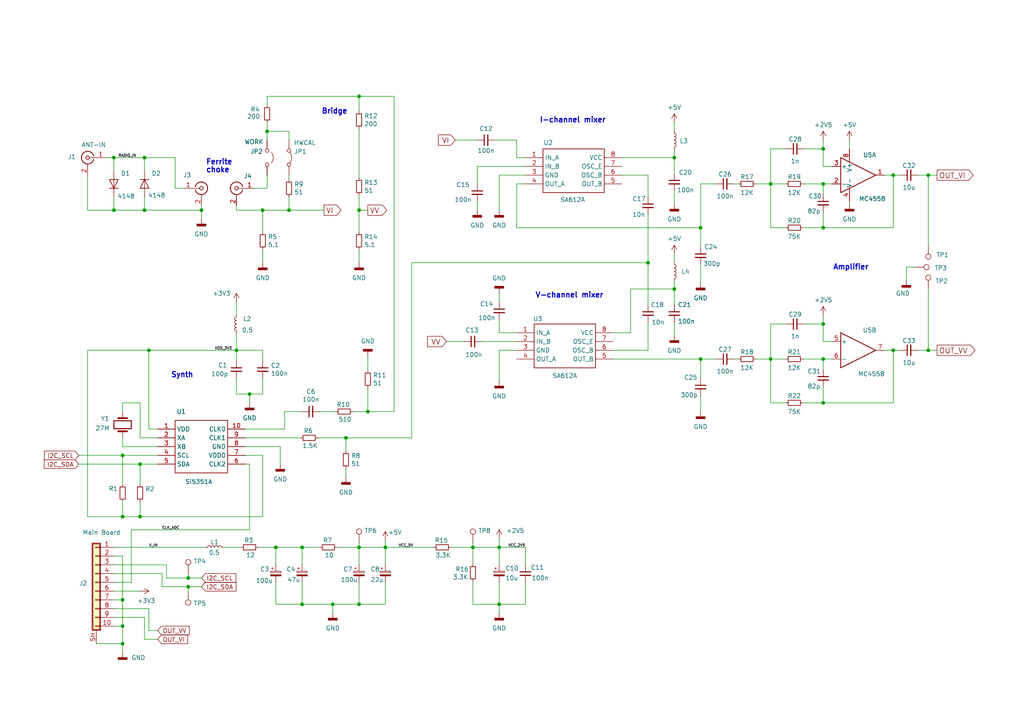
<source format=kicad_sch>
(kicad_sch (version 20250114) (generator "eeschema") (generator_version "9.0")
  (paper "A4")
  (title_block (title "AA-PI Radio Board") (date "2025-05-16") (rev "v4.2") (company "ORPALTECH"))
  (text "Ferrite" (at 59.69 48.006 0) (effects (font (size 1.524 1.524) (thickness 0.3048) (bold yes)) (justify left bottom)))
  (text "choke" (at 59.69 50.292 0) (effects (font (size 1.524 1.524) (thickness 0.3048) (bold yes)) (justify left bottom)))
  (text "V-channel mixer" (at 155.194 86.614 0) (effects (font (size 1.524 1.524) (thickness 0.3048) (bold yes)) (justify left bottom)))
  (text "Amplifier" (at 241.554 78.486 0) (effects (font (size 1.524 1.524) (thickness 0.3048) (bold yes)) (justify left bottom)))
  (text "Synth" (at 49.53 109.728 0) (effects (font (size 1.524 1.524) (thickness 0.3048) (bold yes)) (justify left bottom)))
  (text "I-channel mixer" (at 156.464 35.814 0) (effects (font (size 1.524 1.524) (thickness 0.3048) (bold yes)) (justify left bottom)))
  (text "Bridge" (at 93.218 33.274 0) (effects (font (size 1.524 1.524) (thickness 0.3048) (bold yes)) (justify left bottom)))
  (junction (at 106.68 119.38))
  (junction (at 96.52 175.26))
  (junction (at 77.47 38.1))
  (junction (at 223.52 53.34))
  (junction (at 111.76 158.75))
  (junction (at 104.14 27.94))
  (junction (at 35.56 149.86))
  (junction (at 54.61 170.18))
  (junction (at 104.14 158.75))
  (junction (at 195.58 45.72))
  (junction (at 41.91 45.72))
  (junction (at 269.24 101.6))
  (junction (at 259.08 50.8))
  (junction (at 238.76 93.98))
  (junction (at 35.56 132.08))
  (junction (at 137.16 158.75))
  (junction (at 223.52 104.14))
  (junction (at 72.39 114.3))
  (junction (at 203.2 104.14))
  (junction (at 87.63 158.75))
  (junction (at 259.08 101.6))
  (junction (at 33.02 60.96))
  (junction (at 238.76 104.14))
  (junction (at 238.76 43.18))
  (junction (at 269.24 50.8))
  (junction (at 33.02 45.72))
  (junction (at 35.56 173.99))
  (junction (at 40.64 134.62))
  (junction (at 238.76 66.04))
  (junction (at 83.82 60.96))
  (junction (at 58.42 60.96))
  (junction (at 195.58 83.82))
  (junction (at 104.14 60.96))
  (junction (at 144.78 158.75))
  (junction (at 203.2 66.04))
  (junction (at 87.63 175.26))
  (junction (at 76.2 60.96))
  (junction (at 68.58 101.6))
  (junction (at 187.96 76.2))
  (junction (at 43.18 101.6))
  (junction (at 80.01 158.75))
  (junction (at 41.91 60.96))
  (junction (at 238.76 116.84))
  (junction (at 144.78 175.26))
  (junction (at 40.64 149.86))
  (junction (at 238.76 53.34))
  (junction (at 35.56 186.69))
  (junction (at 100.33 127))
  (junction (at 35.56 181.61))
  (junction (at 104.14 175.26))
  (junction (at 54.61 167.64))
  (wire (pts (xy 76.2 76.2) (xy 76.2 72.39)))
  (wire (pts (xy 43.18 182.88) (xy 45.72 182.88)))
  (wire (pts (xy 232.918 104.14) (xy 238.76 104.14)))
  (wire (pts (xy 238.76 107.188) (xy 238.76 104.14)))
  (wire (pts (xy 256.54 101.6) (xy 259.08 101.6)))
  (wire (pts (xy 195.58 55.372) (xy 195.58 59.182)))
  (wire (pts (xy 195.58 88.392) (xy 195.58 83.82)))
  (wire (pts (xy 38.1 153.67) (xy 38.1 168.91)))
  (wire (pts (xy 40.64 140.462) (xy 40.64 134.62)))
  (wire (pts (xy 41.91 45.72) (xy 50.8 45.72)))
  (wire (pts (xy 83.82 60.96) (xy 93.98 60.96)))
  (wire (pts (xy 238.76 56.388) (xy 238.76 53.34)))
  (wire (pts (xy 27.94 186.69) (xy 35.56 186.69)))
  (wire (pts (xy 83.82 50.8) (xy 83.82 52.07)))
  (wire (pts (xy 177.8 104.14) (xy 203.2 104.14)))
  (wire (pts (xy 41.91 57.15) (xy 41.91 60.96)))
  (wire (pts (xy 104.14 60.96) (xy 104.14 67.31)))
  (wire (pts (xy 259.08 50.8) (xy 261.112 50.8)))
  (wire (pts (xy 104.14 27.94) (xy 114.3 27.94)))
  (wire (pts (xy 87.122 127) (xy 71.12 127)))
  (wire (pts (xy 40.64 116.84) (xy 40.64 127)))
  (wire (pts (xy 144.78 50.8) (xy 152.4 50.8)))
  (wire (pts (xy 58.42 167.64) (xy 54.61 167.64)))
  (wire (pts (xy 68.58 59.69) (xy 68.58 60.96)))
  (wire (pts (xy 72.39 153.67) (xy 38.1 153.67)))
  (wire (pts (xy 256.54 50.8) (xy 259.08 50.8)))
  (wire (pts (xy 71.12 132.08) (xy 76.2 132.08)))
  (wire (pts (xy 214.122 53.34) (xy 212.852 53.34)))
  (wire (pts (xy 203.2 109.728) (xy 203.2 104.14)))
  (wire (pts (xy 104.14 27.94) (xy 77.47 27.94)))
  (wire (pts (xy 41.91 185.42) (xy 45.72 185.42)))
  (wire (pts (xy 80.01 175.26) (xy 87.63 175.26)))
  (wire (pts (xy 41.91 179.07) (xy 33.02 179.07)))
  (wire (pts (xy 233.172 93.98) (xy 238.76 93.98)))
  (wire (pts (xy 104.14 76.2) (xy 104.14 72.39)))
  (wire (pts (xy 182.88 96.52) (xy 182.88 83.82)))
  (wire (pts (xy 238.76 93.98) (xy 238.76 99.06)))
  (wire (pts (xy 137.16 175.26) (xy 144.78 175.26)))
  (wire (pts (xy 134.62 99.06) (xy 129.54 99.06)))
  (wire (pts (xy 232.918 53.34) (xy 238.76 53.34)))
  (wire (pts (xy 177.8 96.52) (xy 182.88 96.52)))
  (wire (pts (xy 80.01 158.75) (xy 87.63 158.75)))
  (wire (pts (xy 83.82 60.96) (xy 83.82 57.15)))
  (wire (pts (xy 76.2 60.96) (xy 76.2 67.31)))
  (wire (pts (xy 100.33 138.43) (xy 100.33 135.89)))
  (wire (pts (xy 203.2 82.042) (xy 203.2 76.708)))
  (wire (pts (xy 177.8 101.6) (xy 187.96 101.6)))
  (wire (pts (xy 33.02 181.61) (xy 35.56 181.61)))
  (wire (pts (xy 144.78 156.21) (xy 144.78 158.75)))
  (wire (pts (xy 149.86 40.64) (xy 149.86 45.72)))
  (wire (pts (xy 227.838 116.84) (xy 223.52 116.84)))
  (wire (pts (xy 33.02 60.96) (xy 41.91 60.96)))
  (wire (pts (xy 104.14 60.96) (xy 106.68 60.96)))
  (wire (pts (xy 80.01 158.75) (xy 80.01 163.83)))
  (wire (pts (xy 33.02 49.53) (xy 33.02 45.72)))
  (wire (pts (xy 45.72 134.62) (xy 40.64 134.62)))
  (wire (pts (xy 195.58 83.82) (xy 195.58 81.28)))
  (wire (pts (xy 68.58 96.52) (xy 68.58 101.6)))
  (wire (pts (xy 35.56 145.542) (xy 35.56 149.86)))
  (wire (pts (xy 104.14 168.91) (xy 104.14 175.26)))
  (wire (pts (xy 137.16 157.48) (xy 137.16 158.75)))
  (wire (pts (xy 40.64 149.86) (xy 76.2 149.86)))
  (wire (pts (xy 228.092 43.18) (xy 223.52 43.18)))
  (wire (pts (xy 111.76 156.718) (xy 111.76 158.75)))
  (wire (pts (xy 203.2 104.14) (xy 207.772 104.14)))
  (wire (pts (xy 96.52 175.26) (xy 104.14 175.26)))
  (wire (pts (xy 33.02 45.72) (xy 41.91 45.72)))
  (wire (pts (xy 238.76 53.34) (xy 241.3 53.34)))
  (wire (pts (xy 76.2 149.86) (xy 76.2 132.08)))
  (wire (pts (xy 68.58 87.63) (xy 68.58 91.44)))
  (wire (pts (xy 41.91 185.42) (xy 41.91 179.07)))
  (wire (pts (xy 195.58 97.282) (xy 195.58 93.472)))
  (wire (pts (xy 71.12 134.62) (xy 72.39 134.62)))
  (wire (pts (xy 111.76 158.75) (xy 111.76 163.83)))
  (wire (pts (xy 203.2 119.38) (xy 203.2 114.808)))
  (wire (pts (xy 76.2 104.648) (xy 76.2 101.6)))
  (wire (pts (xy 144.78 158.75) (xy 152.4 158.75)))
  (wire (pts (xy 41.91 49.53) (xy 41.91 45.72)))
  (wire (pts (xy 144.78 175.26) (xy 152.4 175.26)))
  (wire (pts (xy 149.86 53.34) (xy 149.86 66.04)))
  (wire (pts (xy 104.14 157.48) (xy 104.14 158.75)))
  (wire (pts (xy 269.24 101.6) (xy 271.78 101.6)))
  (wire (pts (xy 68.58 104.648) (xy 68.58 101.6)))
  (wire (pts (xy 46.99 166.37) (xy 33.02 166.37)))
  (wire (pts (xy 182.88 83.82) (xy 195.58 83.82)))
  (wire (pts (xy 74.93 158.75) (xy 80.01 158.75)))
  (wire (pts (xy 149.86 66.04) (xy 203.2 66.04)))
  (wire (pts (xy 92.202 127) (xy 100.33 127)))
  (wire (pts (xy 262.89 77.47) (xy 265.43 77.47)))
  (wire (pts (xy 102.362 119.38) (xy 106.68 119.38)))
  (wire (pts (xy 50.8 45.72) (xy 50.8 54.61)))
  (wire (pts (xy 35.56 140.462) (xy 35.56 132.08)))
  (wire (pts (xy 144.78 158.75) (xy 144.78 163.83)))
  (wire (pts (xy 33.02 173.99) (xy 35.56 173.99)))
  (wire (pts (xy 149.86 96.52) (xy 144.78 96.52)))
  (wire (pts (xy 54.61 170.18) (xy 58.42 170.18)))
  (wire (pts (xy 43.18 101.6) (xy 68.58 101.6)))
  (wire (pts (xy 77.47 38.1) (xy 77.47 40.64)))
  (wire (pts (xy 111.76 158.75) (xy 125.73 158.75)))
  (wire (pts (xy 203.2 71.628) (xy 203.2 66.04)))
  (wire (pts (xy 48.26 167.64) (xy 48.26 163.83)))
  (wire (pts (xy 238.76 104.14) (xy 241.3 104.14)))
  (wire (pts (xy 77.47 35.56) (xy 77.47 38.1)))
  (wire (pts (xy 30.48 45.72) (xy 33.02 45.72)))
  (wire (pts (xy 80.01 168.91) (xy 80.01 175.26)))
  (wire (pts (xy 104.14 56.642) (xy 104.14 60.96)))
  (wire (pts (xy 82.55 124.46) (xy 82.55 119.38)))
  (wire (pts (xy 232.918 66.04) (xy 238.76 66.04)))
  (wire (pts (xy 35.56 129.54) (xy 45.72 129.54)))
  (wire (pts (xy 97.79 158.75) (xy 104.14 158.75)))
  (wire (pts (xy 35.56 161.29) (xy 33.02 161.29)))
  (wire (pts (xy 187.96 62.23) (xy 187.96 76.2)))
  (wire (pts (xy 68.58 109.728) (xy 68.58 114.3)))
  (wire (pts (xy 266.192 101.6) (xy 269.24 101.6)))
  (wire (pts (xy 87.63 175.26) (xy 96.52 175.26)))
  (wire (pts (xy 46.99 170.18) (xy 54.61 170.18)))
  (wire (pts (xy 149.86 45.72) (xy 152.4 45.72)))
  (wire (pts (xy 111.76 175.26) (xy 104.14 175.26)))
  (wire (pts (xy 143.51 40.64) (xy 149.86 40.64)))
  (wire (pts (xy 54.61 166.37) (xy 54.61 167.64)))
  (wire (pts (xy 152.4 163.83) (xy 152.4 158.75)))
  (wire (pts (xy 203.2 53.34) (xy 207.772 53.34)))
  (wire (pts (xy 100.33 127) (xy 119.38 127)))
  (wire (pts (xy 238.76 48.26) (xy 238.76 43.18)))
  (wire (pts (xy 43.18 182.88) (xy 43.18 176.53)))
  (wire (pts (xy 152.4 175.26) (xy 152.4 168.91)))
  (wire (pts (xy 180.34 45.72) (xy 195.58 45.72)))
  (wire (pts (xy 137.16 158.75) (xy 144.78 158.75)))
  (wire (pts (xy 259.08 101.6) (xy 261.112 101.6)))
  (wire (pts (xy 35.56 129.54) (xy 35.56 127)))
  (wire (pts (xy 212.852 104.14) (xy 214.122 104.14)))
  (wire (pts (xy 33.02 158.75) (xy 59.69 158.75)))
  (wire (pts (xy 259.08 66.04) (xy 259.08 50.8)))
  (wire (pts (xy 259.08 116.84) (xy 259.08 101.6)))
  (wire (pts (xy 64.77 158.75) (xy 69.85 158.75)))
  (wire (pts (xy 228.092 93.98) (xy 223.52 93.98)))
  (wire (pts (xy 104.14 158.75) (xy 104.14 163.83)))
  (wire (pts (xy 76.2 60.96) (xy 68.58 60.96)))
  (wire (pts (xy 223.52 93.98) (xy 223.52 104.14)))
  (wire (pts (xy 137.16 168.656) (xy 137.16 175.26)))
  (wire (pts (xy 92.71 119.38) (xy 97.282 119.38)))
  (wire (pts (xy 76.2 114.3) (xy 76.2 109.728)))
  (wire (pts (xy 40.64 145.542) (xy 40.64 149.86)))
  (wire (pts (xy 195.58 45.72) (xy 195.58 50.292)))
  (wire (pts (xy 81.28 129.54) (xy 81.28 134.62)))
  (wire (pts (xy 223.52 104.14) (xy 227.838 104.14)))
  (wire (pts (xy 187.96 50.8) (xy 187.96 57.15)))
  (wire (pts (xy 144.78 177.8) (xy 144.78 175.26)))
  (wire (pts (xy 71.12 129.54) (xy 81.28 129.54)))
  (wire (pts (xy 238.76 91.44) (xy 238.76 93.98)))
  (wire (pts (xy 144.78 85.09) (xy 144.78 87.63)))
  (wire (pts (xy 219.202 53.34) (xy 223.52 53.34)))
  (wire (pts (xy 83.82 60.96) (xy 76.2 60.96)))
  (wire (pts (xy 35.56 149.86) (xy 40.64 149.86)))
  (wire (pts (xy 223.52 53.34) (xy 227.838 53.34)))
  (wire (pts (xy 106.68 107.442) (xy 106.68 103.378)))
  (wire (pts (xy 25.4 101.6) (xy 25.4 149.86)))
  (wire (pts (xy 203.2 66.04) (xy 203.2 53.34)))
  (wire (pts (xy 25.4 60.96) (xy 25.4 50.8)))
  (wire (pts (xy 114.3 27.94) (xy 114.3 119.38)))
  (wire (pts (xy 232.918 116.84) (xy 238.76 116.84)))
  (wire (pts (xy 83.82 40.64) (xy 83.82 38.1)))
  (wire (pts (xy 72.39 116.84) (xy 72.39 114.3)))
  (wire (pts (xy 132.08 40.64) (xy 138.43 40.64)))
  (wire (pts (xy 72.39 114.3) (xy 76.2 114.3)))
  (wire (pts (xy 71.12 124.46) (xy 82.55 124.46)))
  (wire (pts (xy 149.86 99.06) (xy 139.7 99.06)))
  (wire (pts (xy 35.56 116.84) (xy 40.64 116.84)))
  (wire (pts (xy 58.42 60.96) (xy 58.42 59.69)))
  (wire (pts (xy 269.24 71.12) (xy 269.24 50.8)))
  (wire (pts (xy 238.76 43.18) (xy 238.76 40.64)))
  (wire (pts (xy 50.8 54.61) (xy 53.34 54.61)))
  (wire (pts (xy 111.76 168.91) (xy 111.76 175.26)))
  (wire (pts (xy 25.4 101.6) (xy 43.18 101.6)))
  (wire (pts (xy 82.55 119.38) (xy 87.63 119.38)))
  (wire (pts (xy 54.61 167.64) (xy 48.26 167.64)))
  (wire (pts (xy 238.76 61.468) (xy 238.76 66.04)))
  (wire (pts (xy 195.58 76.2) (xy 195.58 73.66)))
  (wire (pts (xy 138.43 60.96) (xy 138.43 58.42)))
  (wire (pts (xy 68.58 114.3) (xy 72.39 114.3)))
  (wire (pts (xy 144.78 50.8) (xy 144.78 60.96)))
  (wire (pts (xy 138.43 48.26) (xy 152.4 48.26)))
  (wire (pts (xy 35.56 119.38) (xy 35.56 116.84)))
  (wire (pts (xy 73.66 54.61) (xy 77.47 54.61)))
  (wire (pts (xy 144.78 110.49) (xy 144.78 101.6)))
  (wire (pts (xy 33.02 163.83) (xy 48.26 163.83)))
  (wire (pts (xy 187.96 101.6) (xy 187.96 93.472)))
  (wire (pts (xy 104.14 51.562) (xy 104.14 37.338)))
  (wire (pts (xy 195.58 38.1) (xy 195.58 35.56)))
  (wire (pts (xy 187.96 76.2) (xy 119.38 76.2)))
  (wire (pts (xy 33.02 57.15) (xy 33.02 60.96)))
  (wire (pts (xy 33.02 60.96) (xy 25.4 60.96)))
  (wire (pts (xy 223.52 43.18) (xy 223.52 53.34)))
  (wire (pts (xy 87.63 158.75) (xy 87.63 163.83)))
  (wire (pts (xy 77.47 38.1) (xy 83.82 38.1)))
  (wire (pts (xy 262.89 81.28) (xy 262.89 77.47)))
  (wire (pts (xy 130.81 158.75) (xy 137.16 158.75)))
  (wire (pts (xy 100.33 127) (xy 100.33 130.81)))
  (wire (pts (xy 46.99 170.18) (xy 46.99 166.37)))
  (wire (pts (xy 187.96 76.2) (xy 187.96 88.392)))
  (wire (pts (xy 40.64 127) (xy 45.72 127)))
  (wire (pts (xy 22.86 132.08) (xy 35.56 132.08)))
  (wire (pts (xy 22.86 134.62) (xy 40.64 134.62)))
  (wire (pts (xy 266.192 50.8) (xy 269.24 50.8)))
  (wire (pts (xy 35.56 186.69) (xy 35.56 181.61)))
  (wire (pts (xy 72.39 134.62) (xy 72.39 153.67)))
  (wire (pts (xy 119.38 76.2) (xy 119.38 127)))
  (wire (pts (xy 77.47 27.94) (xy 77.47 30.48)))
  (wire (pts (xy 227.838 66.04) (xy 223.52 66.04)))
  (wire (pts (xy 106.68 112.522) (xy 106.68 119.38)))
  (wire (pts (xy 87.63 168.91) (xy 87.63 175.26)))
  (wire (pts (xy 223.52 116.84) (xy 223.52 104.14)))
  (wire (pts (xy 104.14 158.75) (xy 111.76 158.75)))
  (wire (pts (xy 114.3 119.38) (xy 106.68 119.38)))
  (wire (pts (xy 149.86 101.6) (xy 144.78 101.6)))
  (wire (pts (xy 152.4 53.34) (xy 149.86 53.34)))
  (wire (pts (xy 104.14 32.258) (xy 104.14 27.94)))
  (wire (pts (xy 138.43 53.34) (xy 138.43 48.26)))
  (wire (pts (xy 144.78 92.71) (xy 144.78 96.52)))
  (wire (pts (xy 43.18 124.46) (xy 43.18 101.6)))
  (wire (pts (xy 25.4 149.86) (xy 35.56 149.86)))
  (wire (pts (xy 144.78 168.91) (xy 144.78 175.26)))
  (wire (pts (xy 269.24 50.8) (xy 271.78 50.8)))
  (wire (pts (xy 33.02 171.45) (xy 40.64 171.45)))
  (wire (pts (xy 195.58 43.18) (xy 195.58 45.72)))
  (wire (pts (xy 246.38 40.64) (xy 246.38 43.18)))
  (wire (pts (xy 54.61 170.18) (xy 54.61 171.45)))
  (wire (pts (xy 35.56 181.61) (xy 35.56 173.99)))
  (wire (pts (xy 238.76 116.84) (xy 259.08 116.84)))
  (wire (pts (xy 77.47 54.61) (xy 77.47 50.8)))
  (wire (pts (xy 35.56 189.23) (xy 35.56 186.69)))
  (wire (pts (xy 137.16 158.75) (xy 137.16 163.576)))
  (wire (pts (xy 96.52 177.8) (xy 96.52 175.26)))
  (wire (pts (xy 68.58 101.6) (xy 76.2 101.6)))
  (wire (pts (xy 87.63 158.75) (xy 92.71 158.75)))
  (wire (pts (xy 219.202 104.14) (xy 223.52 104.14)))
  (wire (pts (xy 180.34 50.8) (xy 187.96 50.8)))
  (wire (pts (xy 38.1 168.91) (xy 33.02 168.91)))
  (wire (pts (xy 43.18 176.53) (xy 33.02 176.53)))
  (wire (pts (xy 35.56 173.99) (xy 35.56 161.29)))
  (wire (pts (xy 238.76 66.04) (xy 259.08 66.04)))
  (wire (pts (xy 45.72 132.08) (xy 35.56 132.08)))
  (wire (pts (xy 223.52 66.04) (xy 223.52 53.34)))
  (wire (pts (xy 241.3 99.06) (xy 238.76 99.06)))
  (wire (pts (xy 233.172 43.18) (xy 238.76 43.18)))
  (wire (pts (xy 246.38 59.182) (xy 246.38 58.42)))
  (wire (pts (xy 241.3 48.26) (xy 238.76 48.26)))
  (wire (pts (xy 41.91 60.96) (xy 58.42 60.96)))
  (wire (pts (xy 58.42 63.5) (xy 58.42 60.96)))
  (wire (pts (xy 238.76 112.268) (xy 238.76 116.84)))
  (wire (pts (xy 45.72 124.46) (xy 43.18 124.46)))
  (wire (pts (xy 269.24 83.82) (xy 269.24 101.6)))
  (label "V_IN" (at 43.18 158.75 0) (effects (font (size 0.762 0.762))))
  (label "VCC_2V5" (at 147.32 158.75 0) (effects (font (size 0.762 0.762))))
  (label "VCC_5V" (at 115.57 158.75 0) (effects (font (size 0.762 0.762))))
  (label "CLK_ADC" (at 46.99 153.67 0) (effects (font (size 0.762 0.762))))
  (label "VDD_3V3" (at 62.23 101.6 0) (effects (font (size 0.762 0.762))))
  (label "RADIO_IN" (at 34.29 45.72 0) (effects (font (size 0.762 0.762))))
  (global_label "VV" (shape input) (at 129.54 99.06 180) (effects (font (size 1.524 1.524))) (property "Intersheetrefs" "${INTERSHEET_REFS}" (effects (hide yes))))
  (global_label "I2C_SCL" (shape input) (at 58.42 167.64 0) (property "Intersheetrefs" "${INTERSHEET_REFS}" (effects (hide yes))))
  (global_label "VV" (shape output) (at 106.68 60.96 0) (effects (font (size 1.524 1.524))) (property "Intersheetrefs" "${INTERSHEET_REFS}" (effects (hide yes))))
  (global_label "VI" (shape output) (at 93.98 60.96 0) (effects (font (size 1.524 1.524))) (property "Intersheetrefs" "${INTERSHEET_REFS}" (effects (hide yes))))
  (global_label "OUT_VV" (shape output) (at 271.78 101.6 0) (effects (font (size 1.524 1.524))) (property "Intersheetrefs" "${INTERSHEET_REFS}" (effects (hide yes))))
  (global_label "VI" (shape input) (at 132.08 40.64 180) (effects (font (size 1.524 1.524))) (property "Intersheetrefs" "${INTERSHEET_REFS}" (effects (hide yes))))
  (global_label "OUT_VV" (shape input) (at 45.72 182.88 0) (property "Intersheetrefs" "${INTERSHEET_REFS}" (effects (hide yes))))
  (global_label "I2C_SDA" (shape input) (at 22.86 134.62 180) (property "Intersheetrefs" "${INTERSHEET_REFS}" (effects (hide yes))))
  (global_label "OUT_VI" (shape input) (at 45.72 185.42 0) (property "Intersheetrefs" "${INTERSHEET_REFS}" (effects (hide yes))))
  (global_label "I2C_SCL" (shape input) (at 22.86 132.08 180) (property "Intersheetrefs" "${INTERSHEET_REFS}" (effects (hide yes))))
  (global_label "I2C_SDA" (shape input) (at 58.42 170.18 0) (property "Intersheetrefs" "${INTERSHEET_REFS}" (effects (hide yes))))
  (global_label "OUT_VI" (shape output) (at 271.78 50.8 0) (effects (font (size 1.524 1.524))) (property "Intersheetrefs" "${INTERSHEET_REFS}" (effects (hide yes))))
  (symbol (lib_id "AA-PI-V3-Radio-Board-rescue:Si5351A-B-GT-AA-PI-Components") (at 58.42 129.54 0) (unit 1)
    (property "Reference" "U1" (at 52.578 119.38 0))
    (property "Value" "Si5351A" (at 57.658 139.7 0))
    (property "Footprint" "AA-PI-Footprints:SOP50P490X110-10N" (effects (hide yes)))
    (property "Datasheet" "http://uk.rs-online.com/web/p/products/1690077" (effects (hide yes)))
    (property "Description" "Clock Generator, Si5351A-B-GT Silicon Labs Si5351A-B-GT, Clock Generator 100MHz 55%, 10-Pin MSOP" (effects (hide yes)))
    (property "Height" "1.1" (effects (hide yes)))
    (property "RS Part Number" "1690077" (effects (hide yes)))
    (property "Manufacturer_Name" "Silicon Labs" (effects (hide yes)))
    (property "Manufacturer_Part_Number" "Si5351A-B-GT" (effects (hide yes)))
  )
  (symbol (lib_id "AA-PI-V3-Radio-Board-rescue:SA612A-AA-PI-Components") (at 163.83 100.33 0) (unit 1)
    (property "Reference" "U3" (at 155.956 92.456 0))
    (property "Value" "SA612A" (at 163.83 108.966 0))
    (property "Footprint" "AA-PI-Footprints:SOIC127P600X175-8N" (effects (hide yes)))
    (property "Datasheet" "https://www.nxp.com/docs/en/data-sheet/SA612A.pdf" (effects (hide yes)))
    (property "Description" "NXP SA612A, Up-Down Converter & Mixer Circuit Gain=17 dB 4.5  8 V 8-Pin SOIC" (effects (hide yes)))
    (property "Manufacturer_Name" "NXP" (effects (hide yes)))
    (property "Manufacturer_Part_Number" "SA612A" (effects (hide yes)))
  )
  (symbol (lib_id "AA-PI-V3-Radio-Board-rescue:L_Small-AA-PI-Components") (at 62.23 158.75 90) (unit 1)
    (property "Reference" "L1" (at 63.5 157.226 90) (effects (justify left)))
    (property "Value" "0.5" (at 63.754 160.274 90) (effects (justify left)))
    (property "Footprint" "AA-PI-Footprints:L_0805_2012Metric_Pad1.15x1.40mm_HandSolder" (effects (hide yes)))
  )
  (symbol (lib_id "Device:C_Small") (at 76.2 107.188 0) (unit 1)
    (property "Reference" "C2" (at 78.5368 106.0196 0) (effects (justify left)))
    (property "Value" "100n" (at 78.5368 108.331 0) (effects (justify left)))
    (property "Footprint" "AA-PI-Footprints:C_0805_2012Metric_Pad1.15x1.40mm_HandSolder" (effects (hide yes)))
  )
  (symbol (lib_id "AA-PI-V3-Radio-Board-rescue:SA612A-AA-PI-Components") (at 166.37 49.53 0) (unit 1)
    (property "Reference" "U2" (at 159.004 41.402 0))
    (property "Value" "SA612A" (at 166.116 57.912 0))
    (property "Footprint" "AA-PI-Footprints:SOIC127P600X175-8N" (effects (hide yes)))
    (property "Datasheet" "https://www.nxp.com/docs/en/data-sheet/SA612A.pdf" (effects (hide yes)))
    (property "Description" "NXP SA612A, Up-Down Converter & Mixer Circuit Gain=17 dB 4.5  8 V 8-Pin SOIC" (effects (hide yes)))
    (property "Manufacturer_Name" "NXP" (effects (hide yes)))
    (property "Manufacturer_Part_Number" "SA612A" (effects (hide yes)))
  )
  (symbol (lib_id "AA-PI-V3-Radio-Board-rescue:R_Small-AA-PI-Components") (at 95.25 158.75 90) (unit 1)
    (property "Reference" "R7" (at 94.996 156.718 90))
    (property "Value" "10" (at 95.504 161.036 90))
    (property "Footprint" "AA-PI-Footprints:R_0805_2012Metric_Pad1.15x1.40mm_HandSolder" (effects (hide yes)))
  )
  (symbol (lib_id "AA-PI-V3-Radio-Board-rescue:GND-AA-PI-Components") (at 58.42 63.5 0) (unit 1)
    (property "Reference" "#PWR02" (effects (hide yes)))
    (property "Value" "GND" (at 58.42 67.8942 0))
  )
  (symbol (lib_id "Device:C_Small") (at 68.58 107.188 0) (unit 1)
    (property "Reference" "C1" (at 63.246 105.918 0) (effects (justify left)))
    (property "Value" "100p" (at 61.214 108.458 0) (effects (justify left)))
    (property "Footprint" "AA-PI-Footprints:C_0805_2012Metric_Pad1.15x1.40mm_HandSolder" (effects (hide yes)))
  )
  (symbol (lib_id "AA-PI-V3-Radio-Board-rescue:R_Small-AA-PI-Components") (at 72.39 158.75 90) (unit 1)
    (property "Reference" "R3" (at 72.136 156.718 90))
    (property "Value" "12" (at 72.644 161.036 90))
    (property "Footprint" "AA-PI-Footprints:R_0805_2012Metric_Pad1.15x1.40mm_HandSolder" (effects (hide yes)))
  )
  (symbol (lib_id "AA-PI-V3-Radio-Board-rescue:+2V5-AA-PI-Components") (at 144.78 156.21 0) (unit 1)
    (property "Reference" "#PWR012" (effects (hide yes)))
    (property "Value" "+2V5" (at 146.812 153.924 0) (effects (justify left)))
  )
  (symbol (lib_id "Device:C_Small") (at 90.17 119.38 90) (unit 1)
    (property "Reference" "C6" (at 90.17 113.5634 90))
    (property "Value" "100n" (at 90.17 115.8748 90))
    (property "Footprint" "AA-PI-Footprints:C_0805_2012Metric_Pad1.15x1.40mm_HandSolder" (effects (hide yes)))
  )
  (symbol (lib_id "AA-PI-V3-Radio-Board-rescue:+5V-AA-PI-Components") (at 111.76 156.718 0) (unit 1)
    (property "Reference" "#PWR09" (effects (hide yes)))
    (property "Value" "+5V" (at 114.554 154.432 0))
  )
  (symbol (lib_id "AA-PI-V3-Radio-Board-rescue:CP_Small-AA-PI-Components") (at 87.63 166.37 0) (unit 1)
    (property "Reference" "C4" (at 83.058 165.1 0) (effects (justify left)))
    (property "Value" "47u" (at 83.312 168.148 0) (effects (justify left)))
    (property "Footprint" "AA-PI-Footprints:CP_EIA-3528-21_Kemet-B" (effects (hide yes)))
  )
  (symbol (lib_id "AA-PI-V3-Radio-Board-rescue:CP_Small-AA-PI-Components") (at 111.76 166.37 0) (unit 1)
    (property "Reference" "C8" (at 107.442 165.1 0) (effects (justify left)))
    (property "Value" "22u" (at 107.442 168.148 0) (effects (justify left)))
    (property "Footprint" "AA-PI-Footprints:CP_EIA-3528-21_Kemet-B" (effects (hide yes)))
  )
  (symbol (lib_id "Device:C_Small") (at 195.58 90.932 0) (unit 1)
    (property "Reference" "C21" (at 196.596 88.392 0) (effects (justify left)))
    (property "Value" "100n" (at 196.596 93.218 0) (effects (justify left)))
    (property "Footprint" "AA-PI-Footprints:C_0805_2012Metric_Pad1.15x1.40mm_HandSolder" (effects (hide yes)))
  )
  (symbol (lib_id "Device:C_Small") (at 187.96 90.932 0) (unit 1)
    (property "Reference" "C18" (at 188.722 88.392 0) (effects (justify left)))
    (property "Value" "10n" (at 188.976 93.472 0) (effects (justify left)))
    (property "Footprint" "AA-PI-Footprints:C_0805_2012Metric_Pad1.15x1.40mm_HandSolder" (effects (hide yes)))
  )
  (symbol (lib_id "AA-PI-V3-Radio-Board-rescue:MC4558-AA-PI-Components") (at 248.92 50.8 0) (unit 1)
    (property "Reference" "U5" (at 252.222 44.958 0))
    (property "Value" "MC4558" (at 252.984 57.658 0))
    (property "Footprint" "AA-PI-Footprints:SOIC127P600X175-8N" (effects (hide yes)))
  )
  (symbol (lib_id "AA-PI-V3-Radio-Board-rescue:MC4558-AA-PI-Components") (at 249.174 50.8 0) (unit 3)
    (property "Reference" "U5" (effects (hide yes)))
    (property "Value" "MC4558" (effects (hide yes)))
    (property "Footprint" "AA-PI-Footprints:SOIC127P600X175-8N" (effects (hide yes)))
  )
  (symbol (lib_id "AA-PI-V3-Radio-Board-rescue:MC4558-AA-PI-Components") (at 248.92 101.6 0) (unit 2)
    (property "Reference" "U5" (at 252.222 95.758 0))
    (property "Value" "MC4558" (at 252.73 108.458 0))
    (property "Footprint" "AA-PI-Footprints:SOIC127P600X175-8N" (effects (hide yes)))
  )
  (symbol (lib_id "Device:C_Small") (at 187.96 59.69 0) (unit 1)
    (property "Reference" "C17" (at 183.388 57.658 0) (effects (justify left)))
    (property "Value" "10n" (at 183.388 62.23 0) (effects (justify left)))
    (property "Footprint" "AA-PI-Footprints:C_0805_2012Metric_Pad1.15x1.40mm_HandSolder" (effects (hide yes)))
  )
  (symbol (lib_id "Device:C_Small") (at 195.58 52.832 0) (unit 1)
    (property "Reference" "C20" (at 196.85 50.038 0) (effects (justify left)))
    (property "Value" "100n" (at 196.342 55.118 0) (effects (justify left)))
    (property "Footprint" "AA-PI-Footprints:C_0805_2012Metric_Pad1.15x1.40mm_HandSolder" (effects (hide yes)))
  )
  (symbol (lib_id "Device:C_Small") (at 140.97 40.64 90) (unit 1)
    (property "Reference" "C12" (at 140.97 37.338 90))
    (property "Value" "100n" (at 140.97 43.688 90))
    (property "Footprint" "AA-PI-Footprints:C_0805_2012Metric_Pad1.15x1.40mm_HandSolder" (effects (hide yes)))
  )
  (symbol (lib_id "Device:C_Small") (at 138.43 55.88 0) (unit 1)
    (property "Reference" "C15" (at 132.334 53.594 0) (effects (justify left)))
    (property "Value" "100n" (at 131.826 57.912 0) (effects (justify left)))
    (property "Footprint" "AA-PI-Footprints:C_0805_2012Metric_Pad1.15x1.40mm_HandSolder" (effects (hide yes)))
  )
  (symbol (lib_id "Device:C_Small") (at 144.78 90.17 0) (unit 1)
    (property "Reference" "C14" (at 139.192 88.138 0) (effects (justify left)))
    (property "Value" "100n" (at 138.684 92.202 0) (effects (justify left)))
    (property "Footprint" "AA-PI-Footprints:C_0805_2012Metric_Pad1.15x1.40mm_HandSolder" (effects (hide yes)))
  )
  (symbol (lib_id "AA-PI-V3-Radio-Board-rescue:CP_Small-AA-PI-Components") (at 80.01 166.37 0) (unit 1)
    (property "Reference" "C3" (at 75.438 165.1 0) (effects (justify left)))
    (property "Value" "100u" (at 74.168 168.402 0) (effects (justify left)))
    (property "Footprint" "AA-PI-Footprints:CP_EIA-7343-31_Kemet-D" (effects (hide yes)))
  )
  (symbol (lib_id "AA-PI-V3-Radio-Board-rescue:CP_Small-AA-PI-Components") (at 104.14 166.37 0) (unit 1)
    (property "Reference" "C7" (at 99.568 165.1 0) (effects (justify left)))
    (property "Value" "100u" (at 98.806 168.148 0) (effects (justify left)))
    (property "Footprint" "AA-PI-Footprints:CP_EIA-7343-31_Kemet-D" (effects (hide yes)))
  )
  (symbol (lib_id "AA-PI-V3-Radio-Board-rescue:C_Small-AA-PI-Components") (at 152.4 166.37 0) (unit 1)
    (property "Reference" "C11" (at 153.924 164.592 0) (effects (justify left)))
    (property "Value" "100n" (at 154.178 167.64 0) (effects (justify left)))
    (property "Footprint" "AA-PI-Footprints:C_0805_2012Metric_Pad1.15x1.40mm_HandSolder" (effects (hide yes)))
  )
  (symbol (lib_id "AA-PI-V3-Radio-Board-rescue:CP_Small-AA-PI-Components") (at 144.78 166.37 0) (unit 1)
    (property "Reference" "C10" (at 146.558 164.846 0) (effects (justify left)))
    (property "Value" "10u" (at 146.558 167.64 0) (effects (justify left)))
    (property "Footprint" "AA-PI-Footprints:CP_EIA-3528-21_Kemet-B" (effects (hide yes)))
  )
  (symbol (lib_id "AA-PI-V3-Radio-Board-rescue:R_Small-AA-PI-Components") (at 128.27 158.75 90) (unit 1)
    (property "Reference" "R15" (at 128.016 156.718 90))
    (property "Value" "3.3K" (at 128.524 161.036 90))
    (property "Footprint" "AA-PI-Footprints:R_0805_2012Metric_Pad1.15x1.40mm_HandSolder" (effects (hide yes)))
  )
  (symbol (lib_id "AA-PI-V3-Radio-Board-rescue:R_Small-AA-PI-Components") (at 137.16 166.116 0) (unit 1)
    (property "Reference" "R16" (at 132.08 165.1 0) (effects (justify left)))
    (property "Value" "3.3K" (at 131.318 167.386 0) (effects (justify left)))
    (property "Footprint" "AA-PI-Footprints:R_0805_2012Metric_Pad1.15x1.40mm_HandSolder" (effects (hide yes)))
  )
  (symbol (lib_id "AA-PI-V3-Radio-Board-rescue:Crystal-AA-PI-Components") (at 35.56 123.19 90) (unit 1)
    (property "Reference" "Y1" (at 29.21 121.412 90) (effects (justify right)))
    (property "Value" "27M" (at 27.686 124.206 90) (effects (justify right)))
    (property "Footprint" "AA-PI-Footprints:Crystal_SMD_5032-2Pin_5.0x3.2mm" (effects (hide yes)))
  )
  (symbol (lib_id "AA-PI-V3-Radio-Board-rescue:R_Small-AA-PI-Components") (at 35.56 143.002 0) (unit 1)
    (property "Reference" "R1" (at 31.496 141.732 0) (effects (justify left)))
    (property "Value" "10K" (effects (hide yes)))
    (property "Footprint" "AA-PI-Footprints:R_0805_2012Metric_Pad1.15x1.40mm_HandSolder" (effects (hide yes)))
  )
  (symbol (lib_id "AA-PI-V3-Radio-Board-rescue:R_Small-AA-PI-Components") (at 40.64 143.002 0) (unit 1)
    (property "Reference" "R2" (at 42.1386 141.8336 0) (effects (justify left)))
    (property "Value" "10K" (effects (hide yes)))
    (property "Footprint" "AA-PI-Footprints:R_0805_2012Metric_Pad1.15x1.40mm_HandSolder" (effects (hide yes)))
  )
  (symbol (lib_id "AA-PI-V3-Radio-Board-rescue:GND-AA-PI-Components") (at 144.78 177.8 0) (unit 1)
    (property "Reference" "#PWR013" (effects (hide yes)))
    (property "Value" "GND" (at 144.78 182.1942 0))
  )
  (symbol (lib_id "AA-PI-V3-Radio-Board-rescue:GND-AA-PI-Components") (at 96.52 177.8 0) (unit 1)
    (property "Reference" "#PWR08" (effects (hide yes)))
    (property "Value" "GND" (at 96.52 182.1942 0))
  )
  (symbol (lib_id "AA-PI-V3-Radio-Board-rescue:C_Small-AA-PI-Components") (at 203.2 112.268 0) (unit 1)
    (property "Reference" "C25" (at 198.374 109.474 0) (effects (justify left)))
    (property "Value" "300p" (at 197.358 114.554 0) (effects (justify left)))
    (property "Footprint" "AA-PI-Footprints:C_0805_2012Metric_Pad1.15x1.40mm_HandSolder" (effects (hide yes)))
  )
  (symbol (lib_id "AA-PI-V3-Radio-Board-rescue:GND-AA-PI-Components") (at 203.2 119.38 0) (unit 1)
    (property "Reference" "#PWR025" (effects (hide yes)))
    (property "Value" "GND" (at 203.2 123.7742 0))
  )
  (symbol (lib_id "AA-PI-V3-Radio-Board-rescue:C_Small-AA-PI-Components") (at 210.312 104.14 90) (unit 1)
    (property "Reference" "C27" (at 210.312 101.346 90))
    (property "Value" "100n" (at 210.312 107.696 90))
    (property "Footprint" "AA-PI-Footprints:C_0805_2012Metric_Pad1.15x1.40mm_HandSolder" (effects (hide yes)))
  )
  (symbol (lib_id "AA-PI-V3-Radio-Board-rescue:R_Small-AA-PI-Components") (at 216.662 104.14 90) (unit 1)
    (property "Reference" "R18" (at 216.662 102.108 90))
    (property "Value" "12K" (at 216.662 106.68 90))
    (property "Footprint" "AA-PI-Footprints:R_0805_2012Metric_Pad1.15x1.40mm_HandSolder" (effects (hide yes)))
  )
  (symbol (lib_id "AA-PI-V3-Radio-Board-rescue:R_Small-AA-PI-Components") (at 230.378 104.14 90) (unit 1)
    (property "Reference" "R21" (at 230.378 102.108 90))
    (property "Value" "12K" (at 230.378 106.68 90))
    (property "Footprint" "AA-PI-Footprints:R_0805_2012Metric_Pad1.15x1.40mm_HandSolder" (effects (hide yes)))
  )
  (symbol (lib_id "AA-PI-V3-Radio-Board-rescue:R_Small-AA-PI-Components") (at 230.378 116.84 90) (unit 1)
    (property "Reference" "R22" (at 230.378 114.808 90))
    (property "Value" "75K" (at 230.378 119.38 90))
    (property "Footprint" "AA-PI-Footprints:R_0805_2012Metric_Pad1.15x1.40mm_HandSolder" (effects (hide yes)))
  )
  (symbol (lib_id "AA-PI-V3-Radio-Board-rescue:C_Small-AA-PI-Components") (at 238.76 109.728 0) (unit 1)
    (property "Reference" "C31" (at 234.188 107.696 0) (effects (justify left)))
    (property "Value" "82p" (at 234.188 112.014 0) (effects (justify left)))
    (property "Footprint" "AA-PI-Footprints:C_0805_2012Metric_Pad1.15x1.40mm_HandSolder" (effects (hide yes)))
  )
  (symbol (lib_id "AA-PI-V3-Radio-Board-rescue:C_Small-AA-PI-Components") (at 230.632 93.98 90) (unit 1)
    (property "Reference" "C29" (at 230.632 91.186 90))
    (property "Value" "1n" (at 230.632 97.536 90))
    (property "Footprint" "AA-PI-Footprints:C_0805_2012Metric_Pad1.15x1.40mm_HandSolder" (effects (hide yes)))
  )
  (symbol (lib_id "AA-PI-V3-Radio-Board-rescue:+2V5-AA-PI-Components") (at 238.76 91.44 0) (unit 1)
    (property "Reference" "#PWR028" (effects (hide yes)))
    (property "Value" "+2V5" (at 238.76 87.0204 0))
  )
  (symbol (lib_id "AA-PI-V3-Radio-Board-rescue:C_Small-AA-PI-Components") (at 263.652 101.6 90) (unit 1)
    (property "Reference" "C33" (at 263.652 98.806 90))
    (property "Value" "10u" (at 263.652 105.156 90))
    (property "Footprint" "AA-PI-Footprints:C_0805_2012Metric_Pad1.15x1.40mm_HandSolder" (effects (hide yes)))
  )
  (symbol (lib_id "AA-PI-V3-Radio-Board-rescue:C_Small-AA-PI-Components") (at 263.652 50.8 90) (unit 1)
    (property "Reference" "C32" (at 263.652 48.006 90))
    (property "Value" "10u" (at 263.652 54.356 90))
    (property "Footprint" "AA-PI-Footprints:C_0805_2012Metric_Pad1.15x1.40mm_HandSolder" (effects (hide yes)))
  )
  (symbol (lib_id "AA-PI-V3-Radio-Board-rescue:GND-AA-PI-Components") (at 246.38 59.182 0) (unit 1)
    (property "Reference" "#PWR030" (effects (hide yes)))
    (property "Value" "GND" (at 246.38 63.5762 0))
  )
  (symbol (lib_id "AA-PI-V3-Radio-Board-rescue:+2V5-AA-PI-Components") (at 238.76 40.64 0) (unit 1)
    (property "Reference" "#PWR027" (effects (hide yes)))
    (property "Value" "+2V5" (at 238.76 36.2204 0))
  )
  (symbol (lib_id "AA-PI-V3-Radio-Board-rescue:+5V-AA-PI-Components") (at 246.38 40.64 0) (unit 1)
    (property "Reference" "#PWR029" (effects (hide yes)))
    (property "Value" "+5V" (at 246.38 36.2204 0))
  )
  (symbol (lib_id "AA-PI-V3-Radio-Board-rescue:C_Small-AA-PI-Components") (at 238.76 58.928 0) (unit 1)
    (property "Reference" "C30" (at 234.442 56.896 0) (effects (justify left)))
    (property "Value" "82p" (at 234.188 61.214 0) (effects (justify left)))
    (property "Footprint" "AA-PI-Footprints:C_0805_2012Metric_Pad1.15x1.40mm_HandSolder" (effects (hide yes)))
  )
  (symbol (lib_id "AA-PI-V3-Radio-Board-rescue:R_Small-AA-PI-Components") (at 230.378 53.34 90) (unit 1)
    (property "Reference" "R19" (at 230.378 51.308 90))
    (property "Value" "12K" (at 230.378 55.88 90))
    (property "Footprint" "AA-PI-Footprints:R_0805_2012Metric_Pad1.15x1.40mm_HandSolder" (effects (hide yes)))
  )
  (symbol (lib_id "AA-PI-V3-Radio-Board-rescue:R_Small-AA-PI-Components") (at 230.378 66.04 90) (unit 1)
    (property "Reference" "R20" (at 230.378 64.008 90))
    (property "Value" "75K" (at 230.378 68.58 90))
    (property "Footprint" "AA-PI-Footprints:R_0805_2012Metric_Pad1.15x1.40mm_HandSolder" (effects (hide yes)))
  )
  (symbol (lib_id "AA-PI-V3-Radio-Board-rescue:R_Small-AA-PI-Components") (at 216.662 53.34 90) (unit 1)
    (property "Reference" "R17" (at 216.662 51.308 90))
    (property "Value" "12K" (at 216.662 55.88 90))
    (property "Footprint" "AA-PI-Footprints:R_0805_2012Metric_Pad1.15x1.40mm_HandSolder" (effects (hide yes)))
  )
  (symbol (lib_id "AA-PI-V3-Radio-Board-rescue:C_Small-AA-PI-Components") (at 210.312 53.34 90) (unit 1)
    (property "Reference" "C26" (at 210.312 50.546 90))
    (property "Value" "100n" (at 210.312 56.896 90))
    (property "Footprint" "AA-PI-Footprints:C_0805_2012Metric_Pad1.15x1.40mm_HandSolder" (effects (hide yes)))
  )
  (symbol (lib_id "AA-PI-V3-Radio-Board-rescue:C_Small-AA-PI-Components") (at 203.2 74.168 0) (unit 1)
    (property "Reference" "C24" (at 204.216 71.628 0) (effects (justify left)))
    (property "Value" "300p" (at 203.962 76.454 0) (effects (justify left)))
    (property "Footprint" "AA-PI-Footprints:C_0805_2012Metric_Pad1.15x1.40mm_HandSolder" (effects (hide yes)))
  )
  (symbol (lib_id "AA-PI-V3-Radio-Board-rescue:GND-AA-PI-Components") (at 203.2 82.042 0) (unit 1)
    (property "Reference" "#PWR024" (effects (hide yes)))
    (property "Value" "GND" (at 203.2 86.4362 0))
  )
  (symbol (lib_id "AA-PI-V3-Radio-Board-rescue:C_Small-AA-PI-Components") (at 230.632 43.18 90) (unit 1)
    (property "Reference" "C28" (at 230.632 40.386 90))
    (property "Value" "1n" (at 230.632 46.736 90))
    (property "Footprint" "AA-PI-Footprints:C_0805_2012Metric_Pad1.15x1.40mm_HandSolder" (effects (hide yes)))
  )
  (symbol (lib_id "AA-PI-V3-Radio-Board-rescue:GND-AA-PI-Components") (at 195.58 59.182 0) (unit 1)
    (property "Reference" "#PWR020" (effects (hide yes)))
    (property "Value" "GND" (at 195.58 63.5762 0))
  )
  (symbol (lib_id "AA-PI-V3-Radio-Board-rescue:+5V-AA-PI-Components") (at 195.58 35.56 0) (unit 1)
    (property "Reference" "#PWR019" (effects (hide yes)))
    (property "Value" "+5V" (at 195.58 31.1404 0))
  )
  (symbol (lib_id "AA-PI-V3-Radio-Board-rescue:L_Small-AA-PI-Components") (at 195.58 40.64 0) (unit 1)
    (property "Reference" "L3" (at 197.104 40.894 0) (effects (justify left)))
    (property "Value" "0.5" (effects (hide yes)))
    (property "Footprint" "AA-PI-Footprints:L_0805_2012Metric_Pad1.15x1.40mm_HandSolder" (effects (hide yes)))
  )
  (symbol (lib_id "AA-PI-V3-Radio-Board-rescue:L_Small-AA-PI-Components") (at 195.58 78.74 0) (unit 1)
    (property "Reference" "L4" (at 197.612 78.74 0) (effects (justify left)))
    (property "Value" "0.5" (effects (hide yes)))
    (property "Footprint" "AA-PI-Footprints:L_0805_2012Metric_Pad1.15x1.40mm_HandSolder" (effects (hide yes)))
  )
  (symbol (lib_id "AA-PI-V3-Radio-Board-rescue:+5V-AA-PI-Components") (at 195.58 73.66 0) (unit 1)
    (property "Reference" "#PWR021" (effects (hide yes)))
    (property "Value" "+5V" (at 195.58 69.2404 0))
  )
  (symbol (lib_id "AA-PI-V3-Radio-Board-rescue:GND-AA-PI-Components") (at 195.58 97.282 0) (unit 1)
    (property "Reference" "#PWR022" (effects (hide yes)))
    (property "Value" "GND" (at 195.58 101.6762 0))
  )
  (symbol (lib_id "AA-PI-V3-Radio-Board-rescue:GND-AA-PI-Components") (at 144.78 60.96 0) (unit 1)
    (property "Reference" "#PWR015" (effects (hide yes)))
    (property "Value" "GND" (at 144.78 65.3542 0))
  )
  (symbol (lib_id "AA-PI-V3-Radio-Board-rescue:GND-AA-PI-Components") (at 144.78 110.49 0) (unit 1)
    (property "Reference" "#PWR016" (effects (hide yes)))
    (property "Value" "GND" (at 144.78 114.8842 0))
  )
  (symbol (lib_id "AA-PI-V3-Radio-Board-rescue:GND-AA-PI-Components") (at 81.28 134.62 0) (unit 1)
    (property "Reference" "#PWR05" (effects (hide yes)))
    (property "Value" "GND" (at 81.28 139.0142 0))
  )
  (symbol (lib_id "AA-PI-V3-Radio-Board-rescue:R_Small-AA-PI-Components") (at 89.662 127 90) (unit 1)
    (property "Reference" "R6" (at 89.408 124.968 90))
    (property "Value" "1.5K" (at 89.916 129.286 90))
    (property "Footprint" "AA-PI-Footprints:R_0805_2012Metric_Pad1.15x1.40mm_HandSolder" (effects (hide yes)))
  )
  (symbol (lib_id "AA-PI-V3-Radio-Board-rescue:R_Small-AA-PI-Components") (at 100.33 133.35 0) (unit 1)
    (property "Reference" "R8" (at 101.8286 132.1816 0) (effects (justify left)))
    (property "Value" "51" (at 101.8286 134.493 0) (effects (justify left)))
    (property "Footprint" "AA-PI-Footprints:R_0805_2012Metric_Pad1.15x1.40mm_HandSolder" (effects (hide yes)))
  )
  (symbol (lib_id "AA-PI-V3-Radio-Board-rescue:GND-AA-PI-Components") (at 100.33 138.43 0) (unit 1)
    (property "Reference" "#PWR07" (effects (hide yes)))
    (property "Value" "GND" (at 100.33 142.8242 0))
  )
  (symbol (lib_id "AA-PI-V3-Radio-Board-rescue:R_Small-AA-PI-Components") (at 99.822 119.38 90) (unit 1)
    (property "Reference" "R10" (at 99.568 117.348 90))
    (property "Value" "510" (at 100.076 121.666 90))
    (property "Footprint" "AA-PI-Footprints:R_0805_2012Metric_Pad1.15x1.40mm_HandSolder" (effects (hide yes)))
  )
  (symbol (lib_id "AA-PI-V3-Radio-Board-rescue:GND-AA-PI-Components") (at 106.68 103.378 180) (unit 1)
    (property "Reference" "#PWR010" (effects (hide yes)))
    (property "Value" "GND" (at 106.68 98.9584 0))
  )
  (symbol (lib_id "AA-PI-V3-Radio-Board-rescue:R_Small-AA-PI-Components") (at 106.68 109.982 0) (unit 1)
    (property "Reference" "R11" (at 108.1786 108.8136 0) (effects (justify left)))
    (property "Value" "51" (at 108.1786 111.125 0) (effects (justify left)))
    (property "Footprint" "AA-PI-Footprints:R_0805_2012Metric_Pad1.15x1.40mm_HandSolder" (effects (hide yes)))
  )
  (symbol (lib_id "AA-PI-V3-Radio-Board-rescue:GND-AA-PI-Components") (at 72.39 116.84 0) (unit 1)
    (property "Reference" "#PWR04" (effects (hide yes)))
    (property "Value" "GND" (at 72.39 121.2342 0))
  )
  (symbol (lib_id "AA-PI-V3-Radio-Board-rescue:L_Small-AA-PI-Components") (at 68.58 93.98 0) (mirror y) (unit 1)
    (property "Reference" "L2" (at 72.898 92.456 0) (effects (justify left)))
    (property "Value" "0.5" (at 73.406 95.758 0) (effects (justify left)))
    (property "Footprint" "AA-PI-Footprints:L_0805_2012Metric_Pad1.15x1.40mm_HandSolder" (effects (hide yes)))
  )
  (symbol (lib_id "AA-PI-V3-Radio-Board-rescue:+3V3-AA-PI-Components") (at 68.58 87.63 0) (unit 1)
    (property "Reference" "#PWR03" (effects (hide yes)))
    (property "Value" "+3V3" (at 64.262 85.09 0))
  )
  (symbol (lib_id "AA-PI-V3-Radio-Board-rescue:R_Small-AA-PI-Components") (at 76.2 69.85 0) (unit 1)
    (property "Reference" "R5" (at 77.6986 68.6816 0) (effects (justify left)))
    (property "Value" "5.1" (at 77.6986 70.993 0) (effects (justify left)))
    (property "Footprint" "AA-PI-Footprints:R_0805_2012Metric_Pad1.15x1.40mm_HandSolder" (effects (hide yes)))
  )
  (symbol (lib_id "AA-PI-V3-Radio-Board-rescue:GND-AA-PI-Components") (at 76.2 76.2 0) (unit 1)
    (property "Reference" "#PWR06" (effects (hide yes)))
    (property "Value" "GND" (at 76.2 80.5942 0))
  )
  (symbol (lib_id "AA-PI-V3-Radio-Board-rescue:R_Small-AA-PI-Components") (at 104.14 69.85 0) (unit 1)
    (property "Reference" "R14" (at 105.6386 68.6816 0) (effects (justify left)))
    (property "Value" "5.1" (at 105.6386 70.993 0) (effects (justify left)))
    (property "Footprint" "AA-PI-Footprints:R_0805_2012Metric_Pad1.15x1.40mm_HandSolder" (effects (hide yes)))
  )
  (symbol (lib_id "AA-PI-V3-Radio-Board-rescue:GND-AA-PI-Components") (at 104.14 76.2 0) (unit 1)
    (property "Reference" "#PWR011" (effects (hide yes)))
    (property "Value" "GND" (at 104.14 80.5942 0))
  )
  (symbol (lib_id "AA-PI-V3-Radio-Board-rescue:R_Small-AA-PI-Components") (at 104.14 54.102 0) (unit 1)
    (property "Reference" "R13" (at 105.6386 52.9336 0) (effects (justify left)))
    (property "Value" "51" (at 105.6386 55.245 0) (effects (justify left)))
    (property "Footprint" "AA-PI-Footprints:R_0805_2012Metric_Pad1.15x1.40mm_HandSolder" (effects (hide yes)))
  )
  (symbol (lib_id "AA-PI-V3-Radio-Board-rescue:R_Small-AA-PI-Components") (at 104.14 34.798 0) (unit 1)
    (property "Reference" "R12" (at 105.6386 33.6296 0) (effects (justify left)))
    (property "Value" "200" (at 105.6386 35.941 0) (effects (justify left)))
    (property "Footprint" "AA-PI-Footprints:R_0805_2012Metric_Pad1.15x1.40mm_HandSolder" (effects (hide yes)))
  )
  (symbol (lib_id "AA-PI-V3-Radio-Board-rescue:R_Small-AA-PI-Components") (at 77.47 33.02 0) (unit 1)
    (property "Reference" "R4" (at 72.644 31.75 0) (effects (justify left)))
    (property "Value" "200" (at 71.628 33.782 0) (effects (justify left)))
    (property "Footprint" "AA-PI-Footprints:R_0805_2012Metric_Pad1.15x1.40mm_HandSolder" (effects (hide yes)))
  )
  (symbol (lib_id "AA-PI-V3-Radio-Board-rescue:R_Small-AA-PI-Components") (at 83.82 54.61 0) (unit 1)
    (property "Reference" "R9" (at 85.3186 53.4416 0) (effects (justify left)))
    (property "Value" "51" (at 85.3186 55.753 0) (effects (justify left)))
    (property "Footprint" "AA-PI-Footprints:R_0805_2012Metric_Pad1.15x1.40mm_HandSolder" (effects (hide yes)))
  )
  (symbol (lib_id "AA-PI-V3-Radio-Board-rescue:D-AA-PI-Components") (at 41.91 53.34 270) (unit 1)
    (property "Reference" "D2" (at 43.942 50.292 90) (effects (justify left)))
    (property "Value" "4148" (at 42.926 56.642 90) (effects (justify left)))
    (property "Footprint" "AA-PI-Footprints:D_SOD-323_HandSoldering" (effects (hide yes)))
  )
  (symbol (lib_id "AA-PI-V3-Radio-Board-rescue:D-AA-PI-Components") (at 33.02 53.34 90) (unit 1)
    (property "Reference" "D1" (at 35.052 50.292 90) (effects (justify right)))
    (property "Value" "4148" (at 34.036 56.896 90) (effects (justify right)))
    (property "Footprint" "AA-PI-Footprints:D_SOD-323_HandSoldering" (effects (hide yes)))
  )
  (symbol (lib_id "AA-PI-V3-Radio-Board-rescue:Conn_Coaxial-AA-PI-Components") (at 25.4 45.72 0) (mirror y) (unit 1)
    (property "Reference" "J1" (at 20.828 45.466 0))
    (property "Value" "ANT-IN" (at 27.178 41.9862 0))
    (property "Footprint" "AA-PI-Footprints:SMA_Amphenol_901-144_Vertical" (effects (hide yes)))
  )
  (symbol (lib_id "Device:C_Small") (at 137.16 99.06 90) (unit 1)
    (property "Reference" "C13" (at 136.906 95.758 90))
    (property "Value" "100n" (at 137.414 102.87 90))
    (property "Footprint" "AA-PI-Footprints:C_0805_2012Metric_Pad1.15x1.40mm_HandSolder" (effects (hide yes)))
  )
  (symbol (lib_id "AA-PI-V3-Radio-Board-rescue:GND-AA-PI-Components") (at 262.89 81.28 0) (unit 1)
    (property "Reference" "#PWR031" (effects (hide yes)))
    (property "Value" "GND" (at 263.906 85.09 0) (effects (justify right)))
  )
  (symbol (lib_id "AA-PI-V3-Radio-Board-rescue:Conn_Coaxial-AA-PI-Components") (at 58.42 54.61 0) (unit 1)
    (property "Reference" "J3" (at 53.086 50.8 0) (effects (justify left)))
    (property "Value" "INDUCT" (effects (hide yes)))
    (property "Footprint" "AA-PI-Footprints:MMCX_Molex_73415-1471_Vertical" (effects (hide yes)))
  )
  (symbol (lib_id "AA-PI-V3-Radio-Board-rescue:Conn_Coaxial-AA-PI-Components") (at 68.58 54.61 0) (mirror y) (unit 1)
    (property "Reference" "J4" (at 71.882 51.054 0))
    (property "Value" "INDUCT" (effects (hide yes)))
    (property "Footprint" "AA-PI-Footprints:MMCX_Molex_73415-1471_Vertical" (effects (hide yes)))
  )
  (symbol (lib_id "AA-PI-V3-Radio-Board-rescue:Conn_01x10_Shielded-AA-PI-Components") (at 27.94 168.91 0) (mirror y) (unit 1)
    (property "Reference" "J2" (at 24.13 169.164 0))
    (property "Value" "Main Board" (at 29.464 154.432 0))
    (property "Footprint" "AA-PI-Footprints:1.25-AB-SMT-10pin-Vertical" (effects (hide yes)))
  )
  (symbol (lib_id "AA-PI-V3-Radio-Board-rescue:GND-AA-PI-Components") (at 35.56 189.23 0) (unit 1)
    (property "Reference" "#PWR01" (effects (hide yes)))
    (property "Value" "GND" (at 40.132 190.754 0))
  )
  (symbol (lib_id "AA-PI-Components:TestPoint") (at 54.61 166.37 0) (unit 1)
    (property "Reference" "TP4" (at 56.134 162.814 0) (effects (justify left)))
    (property "Value" "TestPoint" (effects (hide yes)))
    (property "Footprint" "AA-PI-Footprints:TestPoint_THTPad_D1.0mm_Drill0.5mm" (effects (hide yes)))
    (property "Description" "test point" (effects (hide yes)))
  )
  (symbol (lib_id "Connector:TestPoint") (at 269.24 71.12 0) (mirror x) (unit 1)
    (property "Reference" "TP1" (at 271.526 73.914 0) (effects (justify left)))
    (property "Value" "TestPoint" (effects (hide yes)))
    (property "Footprint" "AA-PI-Footprints:TestPoint_THTPad_D1.0mm_Drill0.5mm" (effects (hide yes)))
    (property "Description" "test point" (effects (hide yes)))
  )
  (symbol (lib_id "AA-PI-Components:TestPoint") (at 104.14 157.48 0) (unit 1)
    (property "Reference" "TP6" (at 105.664 153.924 0) (effects (justify left)))
    (property "Value" "TestPoint" (effects (hide yes)))
    (property "Footprint" "AA-PI-Footprints:TestPoint_THTPad_D1.0mm_Drill0.5mm" (effects (hide yes)))
    (property "Description" "test point" (effects (hide yes)))
  )
  (symbol (lib_id "AA-PI-Components:Jumper_2_Open") (at 77.47 45.72 270) (unit 1)
    (property "Reference" "JP2" (at 74.422 43.942 90))
    (property "Value" "WORK" (at 73.66 41.148 90))
    (property "Footprint" "AA-PI-Footprints:PinHeader_1x02_P2.00mm_Vertical" (effects (hide yes)))
    (property "Description" "Jumper, 2-pole, open" (effects (hide yes)))
  )
  (symbol (lib_id "AA-PI-V3-Radio-Board-rescue:GND-AA-PI-Components") (at 138.43 60.96 0) (unit 1)
    (property "Reference" "#PWR017" (effects (hide yes)))
    (property "Value" "GND" (at 138.43 65.3542 0))
  )
  (symbol (lib_id "AA-PI-Components:TestPoint") (at 54.61 171.45 0) (mirror x) (unit 1)
    (property "Reference" "TP5" (at 56.134 175.006 0) (effects (justify left)))
    (property "Value" "TestPoint" (effects (hide yes)))
    (property "Footprint" "AA-PI-Footprints:TestPoint_THTPad_D1.0mm_Drill0.5mm" (effects (hide yes)))
    (property "Description" "test point" (effects (hide yes)))
  )
  (symbol (lib_id "AA-PI-V3-Radio-Board-rescue:+3V3-AA-PI-Components") (at 40.64 171.45 270) (unit 1)
    (property "Reference" "#PWR032" (effects (hide yes)))
    (property "Value" "+3V3" (at 42.418 174.244 90))
  )
  (symbol (lib_id "AA-PI-Components:TestPoint") (at 137.16 157.48 0) (unit 1)
    (property "Reference" "TP8" (at 138.684 153.924 0) (effects (justify left)))
    (property "Value" "TestPoint" (effects (hide yes)))
    (property "Footprint" "AA-PI-Footprints:TestPoint_THTPad_D1.0mm_Drill0.5mm" (effects (hide yes)))
    (property "Description" "test point" (effects (hide yes)))
  )
  (symbol (lib_id "AA-PI-Components:Jumper_2_Bridged") (at 83.82 45.72 270) (unit 1)
    (property "Reference" "JP1" (at 87.122 43.942 90))
    (property "Value" "HWCAL" (at 88.392 41.402 90))
    (property "Footprint" "AA-PI-Footprints:PinHeader_1x02_P2.00mm_Vertical" (effects (hide yes)))
    (property "Description" "Jumper, 2-pole, closed/bridged" (effects (hide yes)))
  )
  (symbol (lib_id "Connector:TestPoint") (at 269.24 83.82 0) (unit 1)
    (property "Reference" "TP2" (at 271.272 81.534 0) (effects (justify left)))
    (property "Value" "TestPoint" (effects (hide yes)))
    (property "Footprint" "AA-PI-Footprints:TestPoint_THTPad_D1.0mm_Drill0.5mm" (effects (hide yes)))
    (property "Description" "test point" (effects (hide yes)))
  )
  (symbol (lib_id "Connector:TestPoint") (at 265.43 77.47 270) (mirror x) (unit 1)
    (property "Reference" "TP3" (at 271.018 77.724 90) (effects (justify left)))
    (property "Value" "TestPoint" (effects (hide yes)))
    (property "Footprint" "AA-PI-Footprints:TestPoint_THTPad_D1.0mm_Drill0.5mm" (effects (hide yes)))
    (property "Description" "test point" (effects (hide yes)))
  )
  (symbol (lib_id "AA-PI-V3-Radio-Board-rescue:GND-AA-PI-Components") (at 144.78 85.09 0) (mirror x) (unit 1)
    (property "Reference" "#PWR014" (effects (hide yes)))
    (property "Value" "GND" (at 144.78 80.6958 0))
  )
)
</source>
